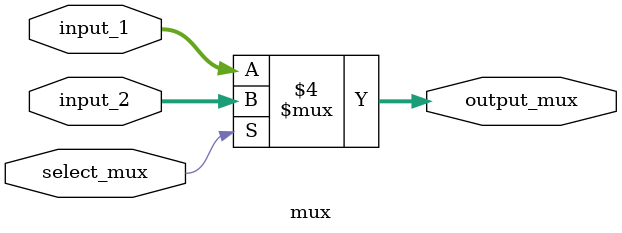
<source format=v>
`timescale 1ns / 1ps


module mux(input_1, input_2, select_mux, output_mux);
    input [7:0] input_1;
    input [7:0] input_2;
    input select_mux;
    output reg [7:0] output_mux;
    always@(*)
        begin
            if (select_mux==0 )
                output_mux <= input_1;
            else
                output_mux <= input_2;
        end
endmodule

</source>
